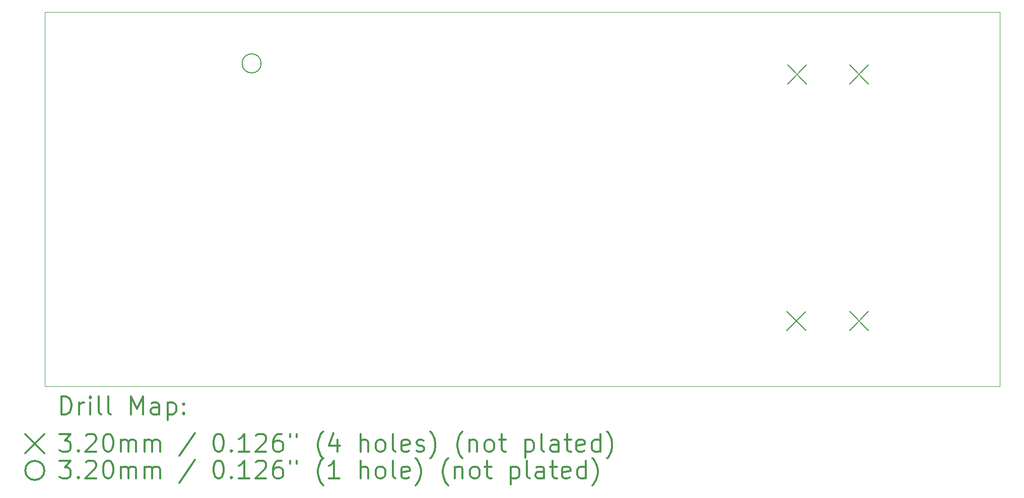
<source format=gbr>
%FSLAX45Y45*%
G04 Gerber Fmt 4.5, Leading zero omitted, Abs format (unit mm)*
G04 Created by KiCad (PCBNEW 5.1.9+dfsg1-1+deb11u1) date 2023-10-22 21:48:58*
%MOMM*%
%LPD*%
G01*
G04 APERTURE LIST*
%TA.AperFunction,Profile*%
%ADD10C,0.100000*%
%TD*%
%ADD11C,0.200000*%
%ADD12C,0.300000*%
G04 APERTURE END LIST*
D10*
X14528800Y-13081000D02*
X18770600Y-13081000D01*
X18669000Y-6781800D02*
X14020800Y-6781800D01*
X7480300Y-6781800D02*
X14033500Y-6781800D01*
X7480300Y-13081000D02*
X7480300Y-6781800D01*
X14541500Y-13081000D02*
X7480300Y-13081000D01*
X23533100Y-13081000D02*
X18757900Y-13081000D01*
X23533100Y-6781800D02*
X23533100Y-13081000D01*
X18656300Y-6781800D02*
X23533100Y-6781800D01*
D11*
X19956800Y-11821200D02*
X20276800Y-12141200D01*
X20276800Y-11821200D02*
X19956800Y-12141200D01*
X19969500Y-7670800D02*
X20289500Y-7990800D01*
X20289500Y-7670800D02*
X19969500Y-7990800D01*
X21010900Y-7670800D02*
X21330900Y-7990800D01*
X21330900Y-7670800D02*
X21010900Y-7990800D01*
X21010900Y-11821200D02*
X21330900Y-12141200D01*
X21330900Y-11821200D02*
X21010900Y-12141200D01*
X11120120Y-7645400D02*
G75*
G03*
X11120120Y-7645400I-160020J0D01*
G01*
D12*
X7761728Y-13551714D02*
X7761728Y-13251714D01*
X7833157Y-13251714D01*
X7876014Y-13266000D01*
X7904586Y-13294571D01*
X7918871Y-13323143D01*
X7933157Y-13380286D01*
X7933157Y-13423143D01*
X7918871Y-13480286D01*
X7904586Y-13508857D01*
X7876014Y-13537429D01*
X7833157Y-13551714D01*
X7761728Y-13551714D01*
X8061728Y-13551714D02*
X8061728Y-13351714D01*
X8061728Y-13408857D02*
X8076014Y-13380286D01*
X8090300Y-13366000D01*
X8118871Y-13351714D01*
X8147443Y-13351714D01*
X8247443Y-13551714D02*
X8247443Y-13351714D01*
X8247443Y-13251714D02*
X8233157Y-13266000D01*
X8247443Y-13280286D01*
X8261728Y-13266000D01*
X8247443Y-13251714D01*
X8247443Y-13280286D01*
X8433157Y-13551714D02*
X8404586Y-13537429D01*
X8390300Y-13508857D01*
X8390300Y-13251714D01*
X8590300Y-13551714D02*
X8561728Y-13537429D01*
X8547443Y-13508857D01*
X8547443Y-13251714D01*
X8933157Y-13551714D02*
X8933157Y-13251714D01*
X9033157Y-13466000D01*
X9133157Y-13251714D01*
X9133157Y-13551714D01*
X9404586Y-13551714D02*
X9404586Y-13394571D01*
X9390300Y-13366000D01*
X9361728Y-13351714D01*
X9304586Y-13351714D01*
X9276014Y-13366000D01*
X9404586Y-13537429D02*
X9376014Y-13551714D01*
X9304586Y-13551714D01*
X9276014Y-13537429D01*
X9261728Y-13508857D01*
X9261728Y-13480286D01*
X9276014Y-13451714D01*
X9304586Y-13437429D01*
X9376014Y-13437429D01*
X9404586Y-13423143D01*
X9547443Y-13351714D02*
X9547443Y-13651714D01*
X9547443Y-13366000D02*
X9576014Y-13351714D01*
X9633157Y-13351714D01*
X9661728Y-13366000D01*
X9676014Y-13380286D01*
X9690300Y-13408857D01*
X9690300Y-13494571D01*
X9676014Y-13523143D01*
X9661728Y-13537429D01*
X9633157Y-13551714D01*
X9576014Y-13551714D01*
X9547443Y-13537429D01*
X9818871Y-13523143D02*
X9833157Y-13537429D01*
X9818871Y-13551714D01*
X9804586Y-13537429D01*
X9818871Y-13523143D01*
X9818871Y-13551714D01*
X9818871Y-13366000D02*
X9833157Y-13380286D01*
X9818871Y-13394571D01*
X9804586Y-13380286D01*
X9818871Y-13366000D01*
X9818871Y-13394571D01*
X7155300Y-13886000D02*
X7475300Y-14206000D01*
X7475300Y-13886000D02*
X7155300Y-14206000D01*
X7733157Y-13881714D02*
X7918871Y-13881714D01*
X7818871Y-13996000D01*
X7861728Y-13996000D01*
X7890300Y-14010286D01*
X7904586Y-14024571D01*
X7918871Y-14053143D01*
X7918871Y-14124571D01*
X7904586Y-14153143D01*
X7890300Y-14167429D01*
X7861728Y-14181714D01*
X7776014Y-14181714D01*
X7747443Y-14167429D01*
X7733157Y-14153143D01*
X8047443Y-14153143D02*
X8061728Y-14167429D01*
X8047443Y-14181714D01*
X8033157Y-14167429D01*
X8047443Y-14153143D01*
X8047443Y-14181714D01*
X8176014Y-13910286D02*
X8190300Y-13896000D01*
X8218871Y-13881714D01*
X8290300Y-13881714D01*
X8318871Y-13896000D01*
X8333157Y-13910286D01*
X8347443Y-13938857D01*
X8347443Y-13967429D01*
X8333157Y-14010286D01*
X8161728Y-14181714D01*
X8347443Y-14181714D01*
X8533157Y-13881714D02*
X8561728Y-13881714D01*
X8590300Y-13896000D01*
X8604586Y-13910286D01*
X8618871Y-13938857D01*
X8633157Y-13996000D01*
X8633157Y-14067429D01*
X8618871Y-14124571D01*
X8604586Y-14153143D01*
X8590300Y-14167429D01*
X8561728Y-14181714D01*
X8533157Y-14181714D01*
X8504586Y-14167429D01*
X8490300Y-14153143D01*
X8476014Y-14124571D01*
X8461728Y-14067429D01*
X8461728Y-13996000D01*
X8476014Y-13938857D01*
X8490300Y-13910286D01*
X8504586Y-13896000D01*
X8533157Y-13881714D01*
X8761728Y-14181714D02*
X8761728Y-13981714D01*
X8761728Y-14010286D02*
X8776014Y-13996000D01*
X8804586Y-13981714D01*
X8847443Y-13981714D01*
X8876014Y-13996000D01*
X8890300Y-14024571D01*
X8890300Y-14181714D01*
X8890300Y-14024571D02*
X8904586Y-13996000D01*
X8933157Y-13981714D01*
X8976014Y-13981714D01*
X9004586Y-13996000D01*
X9018871Y-14024571D01*
X9018871Y-14181714D01*
X9161728Y-14181714D02*
X9161728Y-13981714D01*
X9161728Y-14010286D02*
X9176014Y-13996000D01*
X9204586Y-13981714D01*
X9247443Y-13981714D01*
X9276014Y-13996000D01*
X9290300Y-14024571D01*
X9290300Y-14181714D01*
X9290300Y-14024571D02*
X9304586Y-13996000D01*
X9333157Y-13981714D01*
X9376014Y-13981714D01*
X9404586Y-13996000D01*
X9418871Y-14024571D01*
X9418871Y-14181714D01*
X10004586Y-13867429D02*
X9747443Y-14253143D01*
X10390300Y-13881714D02*
X10418871Y-13881714D01*
X10447443Y-13896000D01*
X10461728Y-13910286D01*
X10476014Y-13938857D01*
X10490300Y-13996000D01*
X10490300Y-14067429D01*
X10476014Y-14124571D01*
X10461728Y-14153143D01*
X10447443Y-14167429D01*
X10418871Y-14181714D01*
X10390300Y-14181714D01*
X10361728Y-14167429D01*
X10347443Y-14153143D01*
X10333157Y-14124571D01*
X10318871Y-14067429D01*
X10318871Y-13996000D01*
X10333157Y-13938857D01*
X10347443Y-13910286D01*
X10361728Y-13896000D01*
X10390300Y-13881714D01*
X10618871Y-14153143D02*
X10633157Y-14167429D01*
X10618871Y-14181714D01*
X10604586Y-14167429D01*
X10618871Y-14153143D01*
X10618871Y-14181714D01*
X10918871Y-14181714D02*
X10747443Y-14181714D01*
X10833157Y-14181714D02*
X10833157Y-13881714D01*
X10804586Y-13924571D01*
X10776014Y-13953143D01*
X10747443Y-13967429D01*
X11033157Y-13910286D02*
X11047443Y-13896000D01*
X11076014Y-13881714D01*
X11147443Y-13881714D01*
X11176014Y-13896000D01*
X11190300Y-13910286D01*
X11204586Y-13938857D01*
X11204586Y-13967429D01*
X11190300Y-14010286D01*
X11018871Y-14181714D01*
X11204586Y-14181714D01*
X11461728Y-13881714D02*
X11404586Y-13881714D01*
X11376014Y-13896000D01*
X11361728Y-13910286D01*
X11333157Y-13953143D01*
X11318871Y-14010286D01*
X11318871Y-14124571D01*
X11333157Y-14153143D01*
X11347443Y-14167429D01*
X11376014Y-14181714D01*
X11433157Y-14181714D01*
X11461728Y-14167429D01*
X11476014Y-14153143D01*
X11490300Y-14124571D01*
X11490300Y-14053143D01*
X11476014Y-14024571D01*
X11461728Y-14010286D01*
X11433157Y-13996000D01*
X11376014Y-13996000D01*
X11347443Y-14010286D01*
X11333157Y-14024571D01*
X11318871Y-14053143D01*
X11604586Y-13881714D02*
X11604586Y-13938857D01*
X11718871Y-13881714D02*
X11718871Y-13938857D01*
X12161728Y-14296000D02*
X12147443Y-14281714D01*
X12118871Y-14238857D01*
X12104586Y-14210286D01*
X12090300Y-14167429D01*
X12076014Y-14096000D01*
X12076014Y-14038857D01*
X12090300Y-13967429D01*
X12104586Y-13924571D01*
X12118871Y-13896000D01*
X12147443Y-13853143D01*
X12161728Y-13838857D01*
X12404586Y-13981714D02*
X12404586Y-14181714D01*
X12333157Y-13867429D02*
X12261728Y-14081714D01*
X12447443Y-14081714D01*
X12790300Y-14181714D02*
X12790300Y-13881714D01*
X12918871Y-14181714D02*
X12918871Y-14024571D01*
X12904586Y-13996000D01*
X12876014Y-13981714D01*
X12833157Y-13981714D01*
X12804586Y-13996000D01*
X12790300Y-14010286D01*
X13104586Y-14181714D02*
X13076014Y-14167429D01*
X13061728Y-14153143D01*
X13047443Y-14124571D01*
X13047443Y-14038857D01*
X13061728Y-14010286D01*
X13076014Y-13996000D01*
X13104586Y-13981714D01*
X13147443Y-13981714D01*
X13176014Y-13996000D01*
X13190300Y-14010286D01*
X13204586Y-14038857D01*
X13204586Y-14124571D01*
X13190300Y-14153143D01*
X13176014Y-14167429D01*
X13147443Y-14181714D01*
X13104586Y-14181714D01*
X13376014Y-14181714D02*
X13347443Y-14167429D01*
X13333157Y-14138857D01*
X13333157Y-13881714D01*
X13604586Y-14167429D02*
X13576014Y-14181714D01*
X13518871Y-14181714D01*
X13490300Y-14167429D01*
X13476014Y-14138857D01*
X13476014Y-14024571D01*
X13490300Y-13996000D01*
X13518871Y-13981714D01*
X13576014Y-13981714D01*
X13604586Y-13996000D01*
X13618871Y-14024571D01*
X13618871Y-14053143D01*
X13476014Y-14081714D01*
X13733157Y-14167429D02*
X13761728Y-14181714D01*
X13818871Y-14181714D01*
X13847443Y-14167429D01*
X13861728Y-14138857D01*
X13861728Y-14124571D01*
X13847443Y-14096000D01*
X13818871Y-14081714D01*
X13776014Y-14081714D01*
X13747443Y-14067429D01*
X13733157Y-14038857D01*
X13733157Y-14024571D01*
X13747443Y-13996000D01*
X13776014Y-13981714D01*
X13818871Y-13981714D01*
X13847443Y-13996000D01*
X13961728Y-14296000D02*
X13976014Y-14281714D01*
X14004586Y-14238857D01*
X14018871Y-14210286D01*
X14033157Y-14167429D01*
X14047443Y-14096000D01*
X14047443Y-14038857D01*
X14033157Y-13967429D01*
X14018871Y-13924571D01*
X14004586Y-13896000D01*
X13976014Y-13853143D01*
X13961728Y-13838857D01*
X14504586Y-14296000D02*
X14490300Y-14281714D01*
X14461728Y-14238857D01*
X14447443Y-14210286D01*
X14433157Y-14167429D01*
X14418871Y-14096000D01*
X14418871Y-14038857D01*
X14433157Y-13967429D01*
X14447443Y-13924571D01*
X14461728Y-13896000D01*
X14490300Y-13853143D01*
X14504586Y-13838857D01*
X14618871Y-13981714D02*
X14618871Y-14181714D01*
X14618871Y-14010286D02*
X14633157Y-13996000D01*
X14661728Y-13981714D01*
X14704586Y-13981714D01*
X14733157Y-13996000D01*
X14747443Y-14024571D01*
X14747443Y-14181714D01*
X14933157Y-14181714D02*
X14904586Y-14167429D01*
X14890300Y-14153143D01*
X14876014Y-14124571D01*
X14876014Y-14038857D01*
X14890300Y-14010286D01*
X14904586Y-13996000D01*
X14933157Y-13981714D01*
X14976014Y-13981714D01*
X15004586Y-13996000D01*
X15018871Y-14010286D01*
X15033157Y-14038857D01*
X15033157Y-14124571D01*
X15018871Y-14153143D01*
X15004586Y-14167429D01*
X14976014Y-14181714D01*
X14933157Y-14181714D01*
X15118871Y-13981714D02*
X15233157Y-13981714D01*
X15161728Y-13881714D02*
X15161728Y-14138857D01*
X15176014Y-14167429D01*
X15204586Y-14181714D01*
X15233157Y-14181714D01*
X15561728Y-13981714D02*
X15561728Y-14281714D01*
X15561728Y-13996000D02*
X15590300Y-13981714D01*
X15647443Y-13981714D01*
X15676014Y-13996000D01*
X15690300Y-14010286D01*
X15704586Y-14038857D01*
X15704586Y-14124571D01*
X15690300Y-14153143D01*
X15676014Y-14167429D01*
X15647443Y-14181714D01*
X15590300Y-14181714D01*
X15561728Y-14167429D01*
X15876014Y-14181714D02*
X15847443Y-14167429D01*
X15833157Y-14138857D01*
X15833157Y-13881714D01*
X16118871Y-14181714D02*
X16118871Y-14024571D01*
X16104586Y-13996000D01*
X16076014Y-13981714D01*
X16018871Y-13981714D01*
X15990300Y-13996000D01*
X16118871Y-14167429D02*
X16090300Y-14181714D01*
X16018871Y-14181714D01*
X15990300Y-14167429D01*
X15976014Y-14138857D01*
X15976014Y-14110286D01*
X15990300Y-14081714D01*
X16018871Y-14067429D01*
X16090300Y-14067429D01*
X16118871Y-14053143D01*
X16218871Y-13981714D02*
X16333157Y-13981714D01*
X16261728Y-13881714D02*
X16261728Y-14138857D01*
X16276014Y-14167429D01*
X16304586Y-14181714D01*
X16333157Y-14181714D01*
X16547443Y-14167429D02*
X16518871Y-14181714D01*
X16461728Y-14181714D01*
X16433157Y-14167429D01*
X16418871Y-14138857D01*
X16418871Y-14024571D01*
X16433157Y-13996000D01*
X16461728Y-13981714D01*
X16518871Y-13981714D01*
X16547443Y-13996000D01*
X16561728Y-14024571D01*
X16561728Y-14053143D01*
X16418871Y-14081714D01*
X16818871Y-14181714D02*
X16818871Y-13881714D01*
X16818871Y-14167429D02*
X16790300Y-14181714D01*
X16733157Y-14181714D01*
X16704586Y-14167429D01*
X16690300Y-14153143D01*
X16676014Y-14124571D01*
X16676014Y-14038857D01*
X16690300Y-14010286D01*
X16704586Y-13996000D01*
X16733157Y-13981714D01*
X16790300Y-13981714D01*
X16818871Y-13996000D01*
X16933157Y-14296000D02*
X16947443Y-14281714D01*
X16976014Y-14238857D01*
X16990300Y-14210286D01*
X17004586Y-14167429D01*
X17018871Y-14096000D01*
X17018871Y-14038857D01*
X17004586Y-13967429D01*
X16990300Y-13924571D01*
X16976014Y-13896000D01*
X16947443Y-13853143D01*
X16933157Y-13838857D01*
X7475300Y-14496000D02*
G75*
G03*
X7475300Y-14496000I-160020J0D01*
G01*
X7733157Y-14331714D02*
X7918871Y-14331714D01*
X7818871Y-14446000D01*
X7861728Y-14446000D01*
X7890300Y-14460286D01*
X7904586Y-14474571D01*
X7918871Y-14503143D01*
X7918871Y-14574571D01*
X7904586Y-14603143D01*
X7890300Y-14617429D01*
X7861728Y-14631714D01*
X7776014Y-14631714D01*
X7747443Y-14617429D01*
X7733157Y-14603143D01*
X8047443Y-14603143D02*
X8061728Y-14617429D01*
X8047443Y-14631714D01*
X8033157Y-14617429D01*
X8047443Y-14603143D01*
X8047443Y-14631714D01*
X8176014Y-14360286D02*
X8190300Y-14346000D01*
X8218871Y-14331714D01*
X8290300Y-14331714D01*
X8318871Y-14346000D01*
X8333157Y-14360286D01*
X8347443Y-14388857D01*
X8347443Y-14417429D01*
X8333157Y-14460286D01*
X8161728Y-14631714D01*
X8347443Y-14631714D01*
X8533157Y-14331714D02*
X8561728Y-14331714D01*
X8590300Y-14346000D01*
X8604586Y-14360286D01*
X8618871Y-14388857D01*
X8633157Y-14446000D01*
X8633157Y-14517429D01*
X8618871Y-14574571D01*
X8604586Y-14603143D01*
X8590300Y-14617429D01*
X8561728Y-14631714D01*
X8533157Y-14631714D01*
X8504586Y-14617429D01*
X8490300Y-14603143D01*
X8476014Y-14574571D01*
X8461728Y-14517429D01*
X8461728Y-14446000D01*
X8476014Y-14388857D01*
X8490300Y-14360286D01*
X8504586Y-14346000D01*
X8533157Y-14331714D01*
X8761728Y-14631714D02*
X8761728Y-14431714D01*
X8761728Y-14460286D02*
X8776014Y-14446000D01*
X8804586Y-14431714D01*
X8847443Y-14431714D01*
X8876014Y-14446000D01*
X8890300Y-14474571D01*
X8890300Y-14631714D01*
X8890300Y-14474571D02*
X8904586Y-14446000D01*
X8933157Y-14431714D01*
X8976014Y-14431714D01*
X9004586Y-14446000D01*
X9018871Y-14474571D01*
X9018871Y-14631714D01*
X9161728Y-14631714D02*
X9161728Y-14431714D01*
X9161728Y-14460286D02*
X9176014Y-14446000D01*
X9204586Y-14431714D01*
X9247443Y-14431714D01*
X9276014Y-14446000D01*
X9290300Y-14474571D01*
X9290300Y-14631714D01*
X9290300Y-14474571D02*
X9304586Y-14446000D01*
X9333157Y-14431714D01*
X9376014Y-14431714D01*
X9404586Y-14446000D01*
X9418871Y-14474571D01*
X9418871Y-14631714D01*
X10004586Y-14317429D02*
X9747443Y-14703143D01*
X10390300Y-14331714D02*
X10418871Y-14331714D01*
X10447443Y-14346000D01*
X10461728Y-14360286D01*
X10476014Y-14388857D01*
X10490300Y-14446000D01*
X10490300Y-14517429D01*
X10476014Y-14574571D01*
X10461728Y-14603143D01*
X10447443Y-14617429D01*
X10418871Y-14631714D01*
X10390300Y-14631714D01*
X10361728Y-14617429D01*
X10347443Y-14603143D01*
X10333157Y-14574571D01*
X10318871Y-14517429D01*
X10318871Y-14446000D01*
X10333157Y-14388857D01*
X10347443Y-14360286D01*
X10361728Y-14346000D01*
X10390300Y-14331714D01*
X10618871Y-14603143D02*
X10633157Y-14617429D01*
X10618871Y-14631714D01*
X10604586Y-14617429D01*
X10618871Y-14603143D01*
X10618871Y-14631714D01*
X10918871Y-14631714D02*
X10747443Y-14631714D01*
X10833157Y-14631714D02*
X10833157Y-14331714D01*
X10804586Y-14374571D01*
X10776014Y-14403143D01*
X10747443Y-14417429D01*
X11033157Y-14360286D02*
X11047443Y-14346000D01*
X11076014Y-14331714D01*
X11147443Y-14331714D01*
X11176014Y-14346000D01*
X11190300Y-14360286D01*
X11204586Y-14388857D01*
X11204586Y-14417429D01*
X11190300Y-14460286D01*
X11018871Y-14631714D01*
X11204586Y-14631714D01*
X11461728Y-14331714D02*
X11404586Y-14331714D01*
X11376014Y-14346000D01*
X11361728Y-14360286D01*
X11333157Y-14403143D01*
X11318871Y-14460286D01*
X11318871Y-14574571D01*
X11333157Y-14603143D01*
X11347443Y-14617429D01*
X11376014Y-14631714D01*
X11433157Y-14631714D01*
X11461728Y-14617429D01*
X11476014Y-14603143D01*
X11490300Y-14574571D01*
X11490300Y-14503143D01*
X11476014Y-14474571D01*
X11461728Y-14460286D01*
X11433157Y-14446000D01*
X11376014Y-14446000D01*
X11347443Y-14460286D01*
X11333157Y-14474571D01*
X11318871Y-14503143D01*
X11604586Y-14331714D02*
X11604586Y-14388857D01*
X11718871Y-14331714D02*
X11718871Y-14388857D01*
X12161728Y-14746000D02*
X12147443Y-14731714D01*
X12118871Y-14688857D01*
X12104586Y-14660286D01*
X12090300Y-14617429D01*
X12076014Y-14546000D01*
X12076014Y-14488857D01*
X12090300Y-14417429D01*
X12104586Y-14374571D01*
X12118871Y-14346000D01*
X12147443Y-14303143D01*
X12161728Y-14288857D01*
X12433157Y-14631714D02*
X12261728Y-14631714D01*
X12347443Y-14631714D02*
X12347443Y-14331714D01*
X12318871Y-14374571D01*
X12290300Y-14403143D01*
X12261728Y-14417429D01*
X12790300Y-14631714D02*
X12790300Y-14331714D01*
X12918871Y-14631714D02*
X12918871Y-14474571D01*
X12904586Y-14446000D01*
X12876014Y-14431714D01*
X12833157Y-14431714D01*
X12804586Y-14446000D01*
X12790300Y-14460286D01*
X13104586Y-14631714D02*
X13076014Y-14617429D01*
X13061728Y-14603143D01*
X13047443Y-14574571D01*
X13047443Y-14488857D01*
X13061728Y-14460286D01*
X13076014Y-14446000D01*
X13104586Y-14431714D01*
X13147443Y-14431714D01*
X13176014Y-14446000D01*
X13190300Y-14460286D01*
X13204586Y-14488857D01*
X13204586Y-14574571D01*
X13190300Y-14603143D01*
X13176014Y-14617429D01*
X13147443Y-14631714D01*
X13104586Y-14631714D01*
X13376014Y-14631714D02*
X13347443Y-14617429D01*
X13333157Y-14588857D01*
X13333157Y-14331714D01*
X13604586Y-14617429D02*
X13576014Y-14631714D01*
X13518871Y-14631714D01*
X13490300Y-14617429D01*
X13476014Y-14588857D01*
X13476014Y-14474571D01*
X13490300Y-14446000D01*
X13518871Y-14431714D01*
X13576014Y-14431714D01*
X13604586Y-14446000D01*
X13618871Y-14474571D01*
X13618871Y-14503143D01*
X13476014Y-14531714D01*
X13718871Y-14746000D02*
X13733157Y-14731714D01*
X13761728Y-14688857D01*
X13776014Y-14660286D01*
X13790300Y-14617429D01*
X13804586Y-14546000D01*
X13804586Y-14488857D01*
X13790300Y-14417429D01*
X13776014Y-14374571D01*
X13761728Y-14346000D01*
X13733157Y-14303143D01*
X13718871Y-14288857D01*
X14261728Y-14746000D02*
X14247443Y-14731714D01*
X14218871Y-14688857D01*
X14204586Y-14660286D01*
X14190300Y-14617429D01*
X14176014Y-14546000D01*
X14176014Y-14488857D01*
X14190300Y-14417429D01*
X14204586Y-14374571D01*
X14218871Y-14346000D01*
X14247443Y-14303143D01*
X14261728Y-14288857D01*
X14376014Y-14431714D02*
X14376014Y-14631714D01*
X14376014Y-14460286D02*
X14390300Y-14446000D01*
X14418871Y-14431714D01*
X14461728Y-14431714D01*
X14490300Y-14446000D01*
X14504586Y-14474571D01*
X14504586Y-14631714D01*
X14690300Y-14631714D02*
X14661728Y-14617429D01*
X14647443Y-14603143D01*
X14633157Y-14574571D01*
X14633157Y-14488857D01*
X14647443Y-14460286D01*
X14661728Y-14446000D01*
X14690300Y-14431714D01*
X14733157Y-14431714D01*
X14761728Y-14446000D01*
X14776014Y-14460286D01*
X14790300Y-14488857D01*
X14790300Y-14574571D01*
X14776014Y-14603143D01*
X14761728Y-14617429D01*
X14733157Y-14631714D01*
X14690300Y-14631714D01*
X14876014Y-14431714D02*
X14990300Y-14431714D01*
X14918871Y-14331714D02*
X14918871Y-14588857D01*
X14933157Y-14617429D01*
X14961728Y-14631714D01*
X14990300Y-14631714D01*
X15318871Y-14431714D02*
X15318871Y-14731714D01*
X15318871Y-14446000D02*
X15347443Y-14431714D01*
X15404586Y-14431714D01*
X15433157Y-14446000D01*
X15447443Y-14460286D01*
X15461728Y-14488857D01*
X15461728Y-14574571D01*
X15447443Y-14603143D01*
X15433157Y-14617429D01*
X15404586Y-14631714D01*
X15347443Y-14631714D01*
X15318871Y-14617429D01*
X15633157Y-14631714D02*
X15604586Y-14617429D01*
X15590300Y-14588857D01*
X15590300Y-14331714D01*
X15876014Y-14631714D02*
X15876014Y-14474571D01*
X15861728Y-14446000D01*
X15833157Y-14431714D01*
X15776014Y-14431714D01*
X15747443Y-14446000D01*
X15876014Y-14617429D02*
X15847443Y-14631714D01*
X15776014Y-14631714D01*
X15747443Y-14617429D01*
X15733157Y-14588857D01*
X15733157Y-14560286D01*
X15747443Y-14531714D01*
X15776014Y-14517429D01*
X15847443Y-14517429D01*
X15876014Y-14503143D01*
X15976014Y-14431714D02*
X16090300Y-14431714D01*
X16018871Y-14331714D02*
X16018871Y-14588857D01*
X16033157Y-14617429D01*
X16061728Y-14631714D01*
X16090300Y-14631714D01*
X16304586Y-14617429D02*
X16276014Y-14631714D01*
X16218871Y-14631714D01*
X16190300Y-14617429D01*
X16176014Y-14588857D01*
X16176014Y-14474571D01*
X16190300Y-14446000D01*
X16218871Y-14431714D01*
X16276014Y-14431714D01*
X16304586Y-14446000D01*
X16318871Y-14474571D01*
X16318871Y-14503143D01*
X16176014Y-14531714D01*
X16576014Y-14631714D02*
X16576014Y-14331714D01*
X16576014Y-14617429D02*
X16547443Y-14631714D01*
X16490300Y-14631714D01*
X16461728Y-14617429D01*
X16447443Y-14603143D01*
X16433157Y-14574571D01*
X16433157Y-14488857D01*
X16447443Y-14460286D01*
X16461728Y-14446000D01*
X16490300Y-14431714D01*
X16547443Y-14431714D01*
X16576014Y-14446000D01*
X16690300Y-14746000D02*
X16704586Y-14731714D01*
X16733157Y-14688857D01*
X16747443Y-14660286D01*
X16761728Y-14617429D01*
X16776014Y-14546000D01*
X16776014Y-14488857D01*
X16761728Y-14417429D01*
X16747443Y-14374571D01*
X16733157Y-14346000D01*
X16704586Y-14303143D01*
X16690300Y-14288857D01*
M02*

</source>
